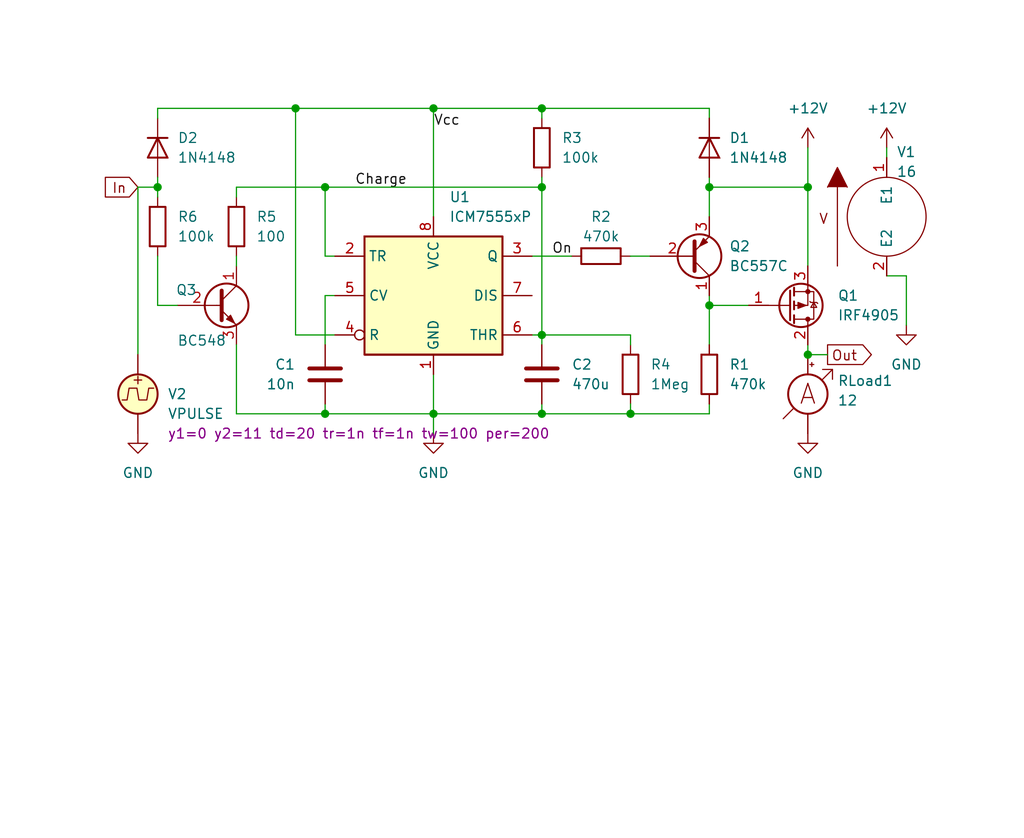
<source format=kicad_sch>
(kicad_sch (version 20211123) (generator eeschema)
  (paper "User" 132.004 108.001)
  (lib_symbols
    (symbol "Device:Ammeter_DC" (pin_numbers hide) (pin_names (offset 0.0254) hide)
      (property "Reference" "MES" (at -3.302 1.016 0))
      (property "Value" "Ammeter_DC" (at -3.302 -0.762 0))
      (symbol "Ammeter_DC_0_0"
        (polyline (pts (xy -3.175 -3.175) (xy -1.905 -1.905)))
        (polyline (pts (xy 1.905 1.905) (xy 3.175 3.175)))
        (polyline (pts (xy 1.905 3.175) (xy 3.175 3.175) (xy 3.175 1.905)))
        (text "A" (at 0 0 0) (effects (font (size 2.54 2.54))))
      )
      (symbol "Ammeter_DC_0_1"
        (polyline (pts (xy 0.254 3.81) (xy 0.762 3.81)))
        (polyline (pts (xy 0.508 4.064) (xy 0.508 3.556)))
        (circle (center 0 0) (radius 2.54) (stroke (width 0.254)))
      )
      (symbol "Ammeter_DC_1_1"
        (pin passive line (at 0 -5.08 90) (length 2.54) (name "-") (number "1"))
        (pin passive line (at 0 5.08 270) (length 2.54) (name "+") (number "2"))
      )
    )
    (symbol "Device:C" (pin_numbers hide) (pin_names (offset 0.254))
      (property "Reference" "C" (at 0.635 2.54 0))
      (property "Value" "C" (at 0.635 -2.54 0))
      (symbol "C_0_1"
        (polyline (pts (xy -2.032 -0.762) (xy 2.032 -0.762)) (stroke (width 0.508)))
        (polyline (pts (xy -2.032 0.762) (xy 2.032 0.762)) (stroke (width 0.508)))
      )
      (symbol "C_1_1"
        (pin passive line (at 0 3.81 270) (length 2.794) (name "~") (number "1"))
        (pin passive line (at 0 -3.81 90) (length 2.794) (name "~") (number "2"))
      )
    )
    (symbol "Device:R" (pin_numbers hide) (pin_names (offset 0))
      (property "Reference" "R" (at 2.032 0 90))
      (property "Value" "R" (at 0 0 90))
      (symbol "R_0_1"
        (rectangle (start -1.016 -2.54) (end 1.016 2.54) (stroke (width 0.254)))
      )
      (symbol "R_1_1"
        (pin passive line (at 0 3.81 270) (length 1.27) (name "~") (number "1"))
        (pin passive line (at 0 -3.81 90) (length 1.27) (name "~") (number "2"))
      )
    )
    (symbol "Diode:1N4148" (pin_numbers hide) (pin_names (offset 1.016) hide)
      (property "Reference" "D" (at 0 2.54 0))
      (property "Value" "1N4148" (at 0 -2.54 0))
      (symbol "1N4148_0_1"
        (polyline (pts (xy -1.27 1.27) (xy -1.27 -1.27)) (stroke (width 0.254)))
        (polyline (pts (xy 1.27 0) (xy -1.27 0)))
        (polyline (pts (xy 1.27 1.27) (xy 1.27 -1.27) (xy -1.27 0) (xy 1.27 1.27)) (stroke (width 0.254)))
      )
      (symbol "1N4148_1_1"
        (pin passive line (at -3.81 0 0) (length 2.54) (name "K") (number "1"))
        (pin passive line (at 3.81 0 180) (length 2.54) (name "A") (number "2"))
      )
    )
    (symbol "Simulation_SPICE:VPULSE" (pin_numbers hide) (pin_names (offset 0.0254))
      (property "Reference" "V" (at 2.54 2.54 0))
      (property "Value" "VPULSE" (at 2.54 0 0))
      (property "Spice_Model" "pulse(0 1 2n 2n 2n 50n 100n)" (at 2.54 -2.54 0))
      (symbol "VPULSE_0_0"
        (polyline (pts (xy -2.032 -0.762) (xy -1.397 -0.762) (xy -1.143 0.762) (xy -0.127 0.762) (xy 0.127 -0.762) (xy 1.143 -0.762) (xy 1.397 0.762) (xy 2.032 0.762)))
        (text "+" (at 0 1.905 0) (effects (font (size 1.27 1.27))))
      )
      (symbol "VPULSE_0_1"
        (circle (center 0 0) (radius 2.54) (stroke (width 0.254)) (fill (type background)))
      )
      (symbol "VPULSE_1_1"
        (pin passive line (at 0 5.08 270) (length 2.54) (name "~") (number "1"))
        (pin passive line (at 0 -5.08 90) (length 2.54) (name "~") (number "2"))
      )
    )
    (symbol "Timer:ICM7555xP"
      (property "Reference" "U" (at -10.16 8.89 0))
      (property "Value" "ICM7555xP" (at 2.54 8.89 0))
      (symbol "ICM7555xP_0_0"
        (pin power_in line (at 0 -10.16 90) (length 2.54) (name "GND") (number "1"))
        (pin power_in line (at 0 10.16 270) (length 2.54) (name "VCC") (number "8"))
      )
      (symbol "ICM7555xP_0_1"
        (rectangle (start -8.89 -7.62) (end 8.89 7.62) (stroke (width 0.254)) (fill (type background)))
        (rectangle (start -8.89 -7.62) (end 8.89 7.62) (stroke (width 0.254)) (fill (type background)))
      )
      (symbol "ICM7555xP_1_1"
        (pin input line (at -12.7 5.08 0) (length 3.81) (name "TR") (number "2"))
        (pin output line (at 12.7 5.08 180) (length 3.81) (name "Q") (number "3"))
        (pin input inverted (at -12.7 -5.08 0) (length 3.81) (name "R") (number "4"))
        (pin input line (at -12.7 0 0) (length 3.81) (name "CV") (number "5"))
        (pin input line (at 12.7 -5.08 180) (length 3.81) (name "THR") (number "6"))
        (pin input line (at 12.7 0 180) (length 3.81) (name "DIS") (number "7"))
      )
    )
    (symbol "Transistor_BJT:BC548" (pin_names (offset 0) hide)
      (property "Reference" "Q" (at 5.08 1.905 0))
      (property "Value" "BC548" (at 5.08 0 0))
      (symbol "BC548_0_1"
        (polyline (pts (xy 0 0) (xy 0.635 0)))
        (polyline (pts (xy 0.635 0.635) (xy 2.54 2.54)))
        (polyline (pts (xy 0.635 -0.635) (xy 2.54 -2.54) (xy 2.54 -2.54)))
        (polyline (pts (xy 0.635 1.905) (xy 0.635 -1.905) (xy 0.635 -1.905)) (stroke (width 0.508)))
        (polyline (pts (xy 1.27 -1.778) (xy 1.778 -1.27) (xy 2.286 -2.286) (xy 1.27 -1.778) (xy 1.27 -1.778)) (fill (type outline)))
        (circle (center 1.27 0) (radius 2.8194) (stroke (width 0.254)))
      )
      (symbol "BC548_1_1"
        (pin passive line (at 2.54 5.08 270) (length 2.54) (name "C") (number "1"))
        (pin input line (at -5.08 0 0) (length 5.08) (name "B") (number "2"))
        (pin passive line (at 2.54 -5.08 90) (length 2.54) (name "E") (number "3"))
      )
    )
    (symbol "Transistor_BJT:BC557" (pin_names (offset 0) hide)
      (property "Reference" "Q" (at 5.08 1.905 0))
      (property "Value" "BC557" (at 5.08 0 0))
      (symbol "BC557_0_1"
        (polyline (pts (xy 0.635 0.635) (xy 2.54 2.54)))
        (polyline (pts (xy 0.635 -0.635) (xy 2.54 -2.54) (xy 2.54 -2.54)))
        (polyline (pts (xy 0.635 1.905) (xy 0.635 -1.905) (xy 0.635 -1.905)) (stroke (width 0.508)))
        (polyline (pts (xy 2.286 -1.778) (xy 1.778 -2.286) (xy 1.27 -1.27) (xy 2.286 -1.778) (xy 2.286 -1.778)) (fill (type outline)))
        (circle (center 1.27 0) (radius 2.8194) (stroke (width 0.254)))
      )
      (symbol "BC557_1_1"
        (pin passive line (at 2.54 5.08 270) (length 2.54) (name "C") (number "1"))
        (pin input line (at -5.08 0 0) (length 5.715) (name "B") (number "2"))
        (pin passive line (at 2.54 -5.08 90) (length 2.54) (name "E") (number "3"))
      )
    )
    (symbol "Transistor_FET:IRF4905" (pin_names hide)
      (property "Reference" "Q" (at 5.08 1.905 0))
      (property "Value" "IRF4905" (at 5.08 0 0))
      (symbol "IRF4905_0_1"
        (polyline (pts (xy 0.254 0) (xy -2.54 0)))
        (polyline (pts (xy 0.254 1.905) (xy 0.254 -1.905)) (stroke (width 0.254)))
        (polyline (pts (xy 0.762 -1.27) (xy 0.762 -2.286)) (stroke (width 0.254)))
        (polyline (pts (xy 0.762 0.508) (xy 0.762 -0.508)) (stroke (width 0.254)))
        (polyline (pts (xy 0.762 2.286) (xy 0.762 1.27)) (stroke (width 0.254)))
        (polyline (pts (xy 2.54 2.54) (xy 2.54 1.778)))
        (polyline (pts (xy 2.54 -2.54) (xy 2.54 0) (xy 0.762 0)))
        (polyline (pts (xy 0.762 1.778) (xy 3.302 1.778) (xy 3.302 -1.778) (xy 0.762 -1.778)))
        (polyline (pts (xy 2.286 0) (xy 1.27 0.381) (xy 1.27 -0.381) (xy 2.286 0)) (fill (type outline)))
        (polyline (pts (xy 2.794 -0.508) (xy 2.921 -0.381) (xy 3.683 -0.381) (xy 3.81 -0.254)))
        (polyline (pts (xy 3.302 -0.381) (xy 2.921 0.254) (xy 3.683 0.254) (xy 3.302 -0.381)))
        (circle (center 1.651 0) (radius 2.794) (stroke (width 0.254)))
        (circle (center 2.54 -1.778) (radius 0.254) (fill (type outline)))
        (circle (center 2.54 1.778) (radius 0.254) (fill (type outline)))
      )
      (symbol "IRF4905_1_1"
        (pin input line (at -5.08 0 0) (length 2.54) (name "G") (number "1"))
        (pin passive line (at 2.54 5.08 270) (length 2.54) (name "D") (number "2"))
        (pin passive line (at 2.54 -5.08 90) (length 2.54) (name "S") (number "3"))
      )
    )
    (symbol "power:+12V" (power) (pin_names (offset 0))
      (property "Value" "+12V" (at 0 3.556 0))
      (symbol "+12V_0_1"
        (polyline (pts (xy -0.762 1.27) (xy 0 2.54)))
        (polyline (pts (xy 0 0) (xy 0 2.54)))
        (polyline (pts (xy 0 2.54) (xy 0.762 1.27)))
      )
      (symbol "+12V_1_1"
        (pin power_in line (at 0 0 90) (length 0) hide (name "+12V") (number "1"))
      )
    )
    (symbol "power:GND" (power) (pin_names (offset 0))
      (property "Value" "GND" (at 0 -3.81 0))
      (symbol "GND_0_1"
        (polyline (pts (xy 0 0) (xy 0 -1.27) (xy 1.27 -1.27) (xy 0 -2.54) (xy -1.27 -1.27) (xy 0 -1.27)))
      )
      (symbol "GND_1_1"
        (pin power_in line (at 0 0 270) (length 0) hide (name "GND") (number "1"))
      )
    )
    (symbol "pspice:VSOURCE" (pin_names (offset 1.016))
      (property "Reference" "V" (at -6.35 7.62 0))
      (property "Value" "VSOURCE" (at 0 0 0))
      (symbol "VSOURCE_0_1"
        (polyline (pts (xy -6.35 -6.35) (xy -6.35 3.81)) (fill (type outline)))
        (polyline (pts (xy -7.62 3.81) (xy -6.35 6.35) (xy -5.08 3.81)) (fill (type outline)))
        (circle (center 0 0) (radius 5.08))
        (text "V" (at -8.128 -0.254 0) (effects (font (size 1.27 1.27))))
      )
      (symbol "VSOURCE_1_1"
        (pin input line (at 0 7.62 270) (length 2.54) (name "E1") (number "1"))
        (pin input line (at 0 -7.62 90) (length 2.54) (name "E2") (number "2"))
      )
    )
  )
  (junction (at 81.28 53.34))
  (junction (at 20.32 24.13))
  (junction (at 41.91 53.34))
  (junction (at 69.85 24.13))
  (junction (at 69.85 43.18))
  (junction (at 41.91 24.13))
  (junction (at 69.85 53.34))
  (junction (at 55.88 13.97))
  (junction (at 104.14 45.72))
  (junction (at 38.1 13.97))
  (junction (at 104.14 24.13))
  (junction (at 91.44 24.13))
  (junction (at 69.85 13.97))
  (junction (at 91.44 39.37))
  (junction (at 55.88 53.34))
  (wire (pts (xy 104.14 45.72) (xy 104.14 44.45)))
  (wire (pts (xy 30.48 24.13) (xy 41.91 24.13)))
  (wire (pts (xy 69.85 44.45) (xy 69.85 43.18)))
  (wire (pts (xy 41.91 24.13) (xy 69.85 24.13)))
  (wire (pts (xy 116.84 35.56) (xy 114.3 35.56)))
  (wire (pts (xy 91.44 13.97) (xy 91.44 15.24)))
  (wire (pts (xy 91.44 52.07) (xy 91.44 53.34)))
  (wire (pts (xy 43.18 43.18) (xy 38.1 43.18)))
  (wire (pts (xy 17.78 24.13) (xy 17.78 45.72)))
  (wire (pts (xy 91.44 38.1) (xy 91.44 39.37)))
  (wire (pts (xy 91.44 24.13) (xy 104.14 24.13)))
  (wire (pts (xy 20.32 33.02) (xy 20.32 39.37)))
  (wire (pts (xy 30.48 24.13) (xy 30.48 25.4)))
  (wire (pts (xy 68.58 33.02) (xy 73.66 33.02)))
  (wire (pts (xy 81.28 53.34) (xy 69.85 53.34)))
  (wire (pts (xy 55.88 13.97) (xy 69.85 13.97)))
  (wire (pts (xy 91.44 24.13) (xy 91.44 27.94)))
  (wire (pts (xy 41.91 53.34) (xy 41.91 52.07)))
  (wire (pts (xy 69.85 24.13) (xy 69.85 43.18)))
  (wire (pts (xy 55.88 13.97) (xy 55.88 27.94)))
  (wire (pts (xy 41.91 33.02) (xy 41.91 24.13)))
  (wire (pts (xy 30.48 44.45) (xy 30.48 53.34)))
  (wire (pts (xy 81.28 53.34) (xy 81.28 52.07)))
  (wire (pts (xy 114.3 20.32) (xy 114.3 19.05)))
  (wire (pts (xy 81.28 44.45) (xy 81.28 43.18)))
  (wire (pts (xy 17.78 24.13) (xy 20.32 24.13)))
  (wire (pts (xy 20.32 24.13) (xy 20.32 25.4)))
  (wire (pts (xy 20.32 39.37) (xy 22.86 39.37)))
  (wire (pts (xy 69.85 43.18) (xy 68.58 43.18)))
  (wire (pts (xy 41.91 53.34) (xy 55.88 53.34)))
  (wire (pts (xy 20.32 22.86) (xy 20.32 24.13)))
  (wire (pts (xy 20.32 13.97) (xy 20.32 15.24)))
  (wire (pts (xy 38.1 13.97) (xy 55.88 13.97)))
  (wire (pts (xy 104.14 45.72) (xy 106.68 45.72)))
  (wire (pts (xy 69.85 52.07) (xy 69.85 53.34)))
  (wire (pts (xy 91.44 53.34) (xy 81.28 53.34)))
  (wire (pts (xy 30.48 53.34) (xy 41.91 53.34)))
  (wire (pts (xy 104.14 19.05) (xy 104.14 24.13)))
  (wire (pts (xy 38.1 13.97) (xy 38.1 43.18)))
  (wire (pts (xy 91.44 39.37) (xy 96.52 39.37)))
  (wire (pts (xy 69.85 13.97) (xy 69.85 15.24)))
  (wire (pts (xy 69.85 53.34) (xy 55.88 53.34)))
  (wire (pts (xy 116.84 41.91) (xy 116.84 35.56)))
  (wire (pts (xy 69.85 13.97) (xy 91.44 13.97)))
  (wire (pts (xy 41.91 38.1) (xy 41.91 44.45)))
  (wire (pts (xy 20.32 13.97) (xy 38.1 13.97)))
  (wire (pts (xy 30.48 33.02) (xy 30.48 34.29)))
  (wire (pts (xy 43.18 33.02) (xy 41.91 33.02)))
  (wire (pts (xy 81.28 43.18) (xy 69.85 43.18)))
  (wire (pts (xy 43.18 38.1) (xy 41.91 38.1)))
  (wire (pts (xy 91.44 22.86) (xy 91.44 24.13)))
  (wire (pts (xy 81.28 33.02) (xy 83.82 33.02)))
  (wire (pts (xy 69.85 22.86) (xy 69.85 24.13)))
  (wire (pts (xy 55.88 55.88) (xy 55.88 53.34)))
  (wire (pts (xy 55.88 48.26) (xy 55.88 53.34)))
  (wire (pts (xy 104.14 24.13) (xy 104.14 34.29)))
  (wire (pts (xy 91.44 39.37) (xy 91.44 44.45)))
  (label "Charge" (at 45.72 24.13 0))
  (label "On" (at 71.12 33.02 0))
  (label "Vcc" (at 55.88 16.51 0))
  (global_label "Out" (shape output) (at 106.68 45.72 0) (property "Intersheet References" "${INTERSHEET_REFS}" (effects hide)))
  (global_label "In" (shape input) (at 17.78 24.13 180) (property "Intersheet References" "${INTERSHEET_REFS}" (effects hide)))
  (symbol (lib_id "Device:R") (at 77.47 33.02 90) (unit 1)
    (property "Reference" "R2" (at 77.47 27.94 90))
    (property "Value" "470k" (at 77.47 30.48 90))
    (property "Footprint" "Resistor_THT:R_Axial_DIN0204_L3.6mm_D1.6mm_P2.54mm_Vertical" (effects hide))
  )
  (symbol (lib_id "Diode:1N4148") (at 91.44 19.05 270) (unit 1)
    (property "Reference" "D1" (at 93.98 17.7799 90) (effects (justify left)))
    (property "Value" "1N4148" (at 93.98 20.3199 90) (effects (justify left)))
    (property "Footprint" "Diode_THT:D_DO-35_SOD27_P2.54mm_Vertical_AnodeUp" (effects hide))
    (property "Datasheet" "https://assets.nexperia.com/documents/data-sheet/1N4148_1N4448.pdf" (effects hide))
    (property "Spice_Primitive" "D" (effects hide))
    (property "Spice_Model" "1N4148" (effects hide))
    (property "Spice_Netlist_Enabled" "Y" (effects hide))
    (property "Spice_Lib_File" "KiCad-Spice-Library/Models/uncategorized/Bordodynovs Electronics Lib/cmp/standard.dio" (effects hide))
    (property "Spice_Node_Sequence" "2 1" (effects hide))
  )
  (symbol (lib_id "Device:R") (at 20.32 29.21 0) (unit 1)
    (property "Reference" "R6" (at 22.86 27.9399 0) (effects (justify left)))
    (property "Value" "100k" (at 22.86 30.4799 0) (effects (justify left)))
    (property "Footprint" "Resistor_THT:R_Axial_DIN0204_L3.6mm_D1.6mm_P7.62mm_Horizontal" (effects hide))
  )
  (symbol (lib_id "Timer:ICM7555xP") (at 55.88 38.1 0) (unit 1)
    (property "Reference" "U1" (at 57.8994 25.4 0) (effects (justify left)))
    (property "Value" "ICM7555xP" (at 57.8994 27.94 0) (effects (justify left)))
    (property "Footprint" "Package_DIP:DIP-8_W7.62mm" (effects hide))
    (property "Datasheet" "http://www.intersil.com/content/dam/Intersil/documents/icm7/icm7555-56.pdf" (effects hide))
    (property "Spice_Primitive" "X" (effects hide))
    (property "Spice_Model" "ICM7555" (effects hide))
    (property "Spice_Netlist_Enabled" "Y" (effects hide))
    (property "Spice_Lib_File" "KiCad-Spice-Library/Models/uncategorized/Bordodynovs Electronics Lib/sub/timers.lib" (effects hide))
  )
  (symbol (lib_id "power:GND") (at 116.84 41.91 0) (unit 1)
    (property "Reference" "#PWR0105" (effects hide))
    (property "Value" "GND" (at 116.84 46.99 0))
  )
  (symbol (lib_id "Transistor_FET:IRF4905") (at 101.6 39.37 0) (mirror x) (unit 1)
    (property "Reference" "Q1" (at 107.95 38.0999 0) (effects (justify left)))
    (property "Value" "IRF4905" (at 107.95 40.64 0) (effects (justify left)))
    (property "Footprint" "Package_TO_SOT_THT:TO-220-3_Vertical" (effects hide))
    (property "Datasheet" "http://www.infineon.com/dgdl/irf4905.pdf?fileId=5546d462533600a4015355e32165197c" (effects hide))
    (property "Spice_Primitive" "X" (effects hide))
    (property "Spice_Model" "irf4905_IR" (effects hide))
    (property "Spice_Netlist_Enabled" "Y" (effects hide))
    (property "Spice_Lib_File" "KiCad-Spice-Library/Models/uncategorized/spice_complete/irf.lib" (effects hide))
    (property "Spice_Node_Sequence" "2 1 3" (effects hide))
  )
  (symbol (lib_id "Device:R") (at 30.48 29.21 0) (unit 1)
    (property "Reference" "R5" (at 33.02 27.9399 0) (effects (justify left)))
    (property "Value" "100" (at 33.02 30.4799 0) (effects (justify left)))
    (property "Footprint" "Resistor_THT:R_Axial_DIN0204_L3.6mm_D1.6mm_P5.08mm_Vertical" (effects hide))
  )
  (symbol (lib_id "Device:R") (at 81.28 48.26 0) (unit 1)
    (property "Reference" "R4" (at 83.82 46.9899 0) (effects (justify left)))
    (property "Value" "1Meg" (at 83.82 49.5299 0) (effects (justify left)))
    (property "Footprint" "Resistor_THT:R_Axial_DIN0204_L3.6mm_D1.6mm_P2.54mm_Vertical" (effects hide))
  )
  (symbol (lib_id "pspice:VSOURCE") (at 114.3 27.94 0) (unit 1)
    (property "Reference" "V1" (at 115.57 20.32 0) (effects (justify left bottom)))
    (property "Value" "16" (at 115.57 22.86 0) (effects (justify left bottom)))
  )
  (symbol (lib_id "Device:Ammeter_DC") (at 104.14 50.8 0) (unit 1)
    (property "Reference" "RLoad1" (at 107.95 49.0854 0) (effects (justify left)))
    (property "Value" "12" (at 107.95 51.6254 0) (effects (justify left)))
  )
  (symbol (lib_id "Transistor_BJT:BC557") (at 88.9 33.02 0) (mirror x) (unit 1)
    (property "Reference" "Q2" (at 93.98 31.7499 0) (effects (justify left)))
    (property "Value" "BC557C" (at 93.98 34.2899 0) (effects (justify left)))
    (property "Footprint" "Package_TO_SOT_THT:TO-92_Inline" (effects hide))
    (property "Datasheet" "https://www.onsemi.com/pub/Collateral/BC556BTA-D.pdf" (effects hide))
    (property "Spice_Primitive" "Q" (effects hide))
    (property "Spice_Model" "BC557C" (effects hide))
    (property "Spice_Netlist_Enabled" "Y" (effects hide))
    (property "Spice_Lib_File" "KiCad-Spice-Library/Models/Transistor/BJT/BJT.lib" (effects hide))
  )
  (symbol (lib_id "Transistor_BJT:BC548") (at 27.94 39.37 0) (unit 1)
    (property "Reference" "Q3" (at 25.4 38.1 0) (effects (justify right bottom)))
    (property "Value" "BC548" (at 29.21 43.18 0) (effects (justify right top)))
    (property "Footprint" "Package_TO_SOT_THT:TO-92_Inline" (effects hide))
    (property "Datasheet" "https://www.onsemi.com/pub/Collateral/BC550-D.pdf" (effects hide))
    (property "Spice_Primitive" "Q" (effects hide))
    (property "Spice_Model" "BC548C" (effects hide))
    (property "Spice_Netlist_Enabled" "Y" (effects hide))
    (property "Spice_Lib_File" "KiCad-Spice-Library/Models/Transistor/BJT/BJT.lib" (effects hide))
  )
  (symbol (lib_id "power:GND") (at 104.14 55.88 0) (unit 1)
    (property "Reference" "#PWR0103" (effects hide))
    (property "Value" "GND" (at 104.14 60.96 0))
  )
  (symbol (lib_id "power:GND") (at 17.78 55.88 0) (unit 1)
    (property "Reference" "#PWR0104" (effects hide))
    (property "Value" "GND" (at 17.78 60.96 0))
  )
  (symbol (lib_id "Simulation_SPICE:VPULSE") (at 17.78 50.8 0) (unit 1)
    (property "Reference" "V2" (at 21.59 50.8 0) (effects (justify left)))
    (property "Value" "VPULSE" (at 21.59 53.34 0) (effects (justify left)))
    (property "Spice_Netlist_Enabled" "Y" (effects hide))
    (property "Spice_Primitive" "V" (effects hide))
    (property "Spice_Model" "pulse(0 11 20 1n 1n 100 200)" (at 21.59 55.88 0) (effects (justify left)))
  )
  (symbol (lib_id "Device:C") (at 41.91 48.26 0) (unit 1)
    (property "Reference" "C1" (at 38.1 46.99 0) (effects (justify right)))
    (property "Value" "10n" (at 38.1 49.53 0) (effects (justify right)))
    (property "Footprint" "Capacitor_THT:C_Disc_D4.7mm_W2.5mm_P5.00mm" (effects hide))
  )
  (symbol (lib_id "power:+12V") (at 104.14 19.05 0) (unit 1)
    (property "Reference" "#PWR0102" (effects hide))
    (property "Value" "+12V" (at 104.14 13.97 0))
  )
  (symbol (lib_id "power:+12V") (at 114.3 19.05 0) (unit 1)
    (property "Reference" "#PWR0106" (effects hide))
    (property "Value" "+12V" (at 114.3 13.97 0))
  )
  (symbol (lib_id "Device:C") (at 69.85 48.26 0) (unit 1)
    (property "Reference" "C2" (at 73.66 46.9899 0) (effects (justify left)))
    (property "Value" "470u" (at 73.66 49.5299 0) (effects (justify left)))
    (property "Footprint" "Capacitor_THT:CP_Radial_D5.0mm_P2.50mm" (effects hide))
  )
  (symbol (lib_id "Device:R") (at 69.85 19.05 0) (unit 1)
    (property "Reference" "R3" (at 72.39 17.7799 0) (effects (justify left)))
    (property "Value" "100k" (at 72.39 20.3199 0) (effects (justify left)))
    (property "Footprint" "Resistor_THT:R_Axial_DIN0204_L3.6mm_D1.6mm_P2.54mm_Vertical" (effects hide))
  )
  (symbol (lib_id "power:GND") (at 55.88 55.88 0) (unit 1)
    (property "Reference" "#PWR0108" (effects hide))
    (property "Value" "GND" (at 55.88 60.96 0))
  )
  (symbol (lib_id "Diode:1N4148") (at 20.32 19.05 270) (unit 1)
    (property "Reference" "D2" (at 22.86 17.7799 90) (effects (justify left)))
    (property "Value" "1N4148" (at 22.86 20.3199 90) (effects (justify left)))
    (property "Footprint" "Diode_THT:D_DO-34_SOD68_P7.62mm_Horizontal" (effects hide))
    (property "Datasheet" "https://assets.nexperia.com/documents/data-sheet/1N4148_1N4448.pdf" (effects hide))
    (property "Spice_Primitive" "D" (effects hide))
    (property "Spice_Model" "1N4148" (effects hide))
    (property "Spice_Netlist_Enabled" "Y" (effects hide))
    (property "Spice_Lib_File" "KiCad-Spice-Library/Models/uncategorized/Bordodynovs Electronics Lib/cmp/standard.dio" (effects hide))
    (property "Spice_Node_Sequence" "2 1" (effects hide))
  )
  (symbol (lib_id "Device:R") (at 91.44 48.26 0) (unit 1)
    (property "Reference" "R1" (at 93.98 46.9899 0) (effects (justify left)))
    (property "Value" "470k" (at 93.98 49.5299 0) (effects (justify left)))
    (property "Footprint" "Resistor_THT:R_Axial_DIN0204_L3.6mm_D1.6mm_P2.54mm_Vertical" (effects hide))
  )
)
</source>
